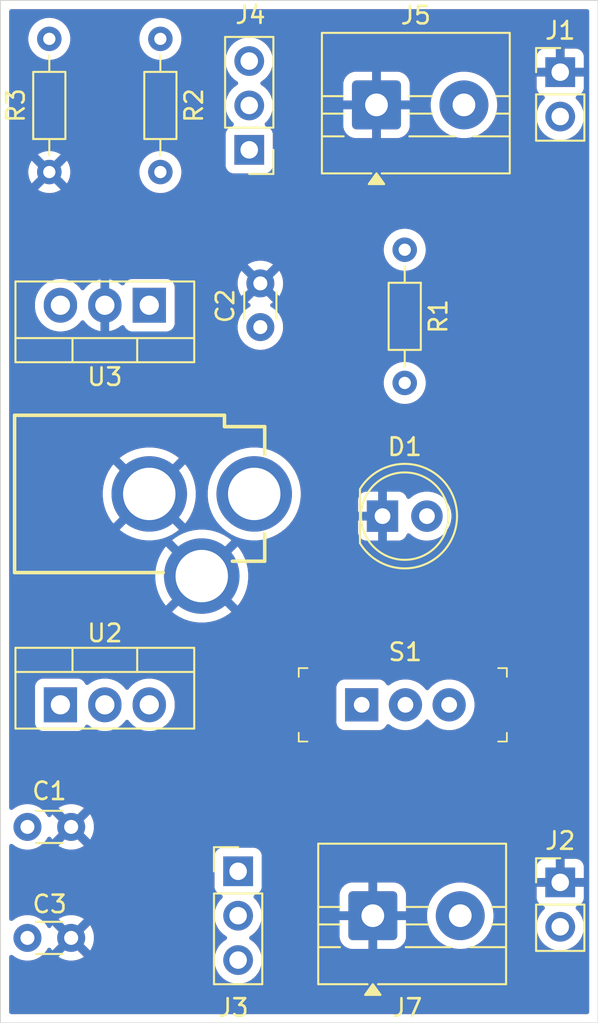
<source format=kicad_pcb>
(kicad_pcb (version 20241229) (generator "pcbnew") (generator_version "9.0")
  (title_block (title "Breadboard power supply") (date "2025-11-29") (rev "Version 1") (company "JPIndustries") (comment 1 "Author: Jose Padilla"))
  (layers (0 "F.Cu" signal) (2 "B.Cu" signal) (13 "F.Paste" user) (15 "B.Paste" user) (5 "F.SilkS" user "F.Silkscreen") (7 "B.SilkS" user "B.Silkscreen") (1 "F.Mask" user) (3 "B.Mask" user) (25 "Edge.Cuts" user))
  (net 0 "")
  (net 1 "/12V")
  (net 2 "GND")
  (net 3 "/5V")
  (net 4 "/3.3V")
  (net 5 "Net-(D1-Pad2)")
  (net 6 "/PWR_OUTPUT")
  (net 7 "/PWR_INPUT")
  (net 8 "Net-(U2-ADJ)")
  (footprint "Connector_PinHeader_2.54mm:PinHeader_1x03_P2.54mm_Vertical" (layer "F.Cu") (at 189.23 125.73)
    (property "Reference" "J3" (at -0.265 7.805 0) (layer "F.SilkS"))
    (property "Value" "Conn_01x03_Pin" (hide yes))
    (fp_line (start -1.38 -1.38) (end 0 -1.38) (stroke (width 0.12)) (layer "F.SilkS"))
    (fp_line (start -1.38 0) (end -1.38 -1.38) (stroke (width 0.12)) (layer "F.SilkS"))
    (fp_line (start -1.38 1.27) (end -1.38 6.46) (stroke (width 0.12)) (layer "F.SilkS"))
    (fp_line (start -1.38 1.27) (end 1.38 1.27) (stroke (width 0.12)) (layer "F.SilkS"))
    (fp_line (start -1.38 6.46) (end 1.38 6.46) (stroke (width 0.12)) (layer "F.SilkS"))
    (fp_line (start 1.38 1.27) (end 1.38 6.46) (stroke (width 0.12)) (layer "F.SilkS"))
    (pad "1" thru_hole rect (at 0 0) (size 1.7 1.7) (drill 1) (layers "*.Cu" "*.Mask") (net 4 "/3.3V"))
    (pad "2" thru_hole circle (at 0 2.54) (size 1.7 1.7) (drill 1) (layers "*.Cu" "*.Mask") (net 6 "/PWR_OUTPUT"))
    (pad "3" thru_hole circle (at 0 5.08) (size 1.7 1.7) (drill 1) (layers "*.Cu" "*.Mask") (net 3 "/5V"))
  )
  (footprint "Capacitor_THT:C_Disc_D3.0mm_W1.6mm_P2.50mm" (layer "F.Cu") (at 177.185 129.54)
    (property "Reference" "C3" (at 1.27 -1.93 180) (layer "F.SilkS"))
    (property "Value" "1u")
    (fp_line (start 0.485 -0.92) (end 2.015 -0.92) (stroke (width 0.12)) (layer "F.SilkS"))
    (fp_line (start 2.015 0.92) (end 0.485 0.92) (stroke (width 0.12)) (layer "F.SilkS"))
    (pad "1" thru_hole circle (at 0 0) (size 1.6 1.6) (drill 0.8) (layers "*.Cu" "*.Mask") (net 4 "/3.3V"))
    (pad "2" thru_hole circle (at 2.5 0) (size 1.6 1.6) (drill 0.8) (layers "*.Cu" "*.Mask") (net 2 "GND"))
  )
  (footprint "Resistor_THT:R_Axial_DIN0204_L3.6mm_D1.6mm_P7.62mm_Horizontal" (layer "F.Cu") (at 184.785 78.105 -90)
    (property "Reference" "R2" (at 3.81 -1.92 90) (layer "F.SilkS"))
    (property "Value" "330")
    (fp_line (start 0.94 0) (end 1.89 0) (stroke (width 0.12)) (layer "F.SilkS"))
    (fp_line (start 6.68 0) (end 5.73 0) (stroke (width 0.12)) (layer "F.SilkS"))
    (fp_rect (start 1.89 -0.92) (end 5.73 0.92) (stroke (width 0.12)) (fill no) (layer "F.SilkS"))
    (pad "1" thru_hole circle (at 0 0 270) (size 1.4 1.4) (drill 0.7) (layers "*.Cu" "*.Mask") (net 8 "Net-(U2-ADJ)"))
    (pad "2" thru_hole circle (at 7.62 0 270) (size 1.4 1.4) (drill 0.7) (layers "*.Cu" "*.Mask") (net 4 "/3.3V"))
  )
  (footprint "digikey-footprints:Switch_Slide_11.6x4mm_EG1218" (layer "F.Cu") (at 196.295 116.205)
    (property "Reference" "S1" (at 2.49 -3.02 0) (layer "F.SilkS"))
    (property "Value" "EG1218" (hide yes))
    (fp_line (start -3.6 -2.1) (end -3.6 -1.6) (stroke (width 0.1)) (layer "F.SilkS"))
    (fp_line (start -3.6 -2.1) (end -3.1 -2.1) (stroke (width 0.1)) (layer "F.SilkS"))
    (fp_line (start -3.6 2.1) (end -3.6 1.6) (stroke (width 0.1)) (layer "F.SilkS"))
    (fp_line (start -3.6 2.1) (end -3.1 2.1) (stroke (width 0.1)) (layer "F.SilkS"))
    (fp_line (start 8.3 -2.1) (end 7.8 -2.1) (stroke (width 0.1)) (layer "F.SilkS"))
    (fp_line (start 8.3 -2.1) (end 8.3 -1.6) (stroke (width 0.1)) (layer "F.SilkS"))
    (fp_line (start 8.3 2.1) (end 7.8 2.1) (stroke (width 0.1)) (layer "F.SilkS"))
    (fp_line (start 8.3 2.1) (end 8.3 1.6) (stroke (width 0.1)) (layer "F.SilkS"))
    (pad "1" thru_hole rect (at 0 0) (size 1.9 1.9) (drill 0.9) (layers "*.Cu" "*.Mask") (net 1 "/12V"))
    (pad "2" thru_hole circle (at 2.5 0) (size 1.9 1.9) (drill 0.9) (layers "*.Cu" "*.Mask") (net 7 "/PWR_INPUT"))
    (pad "3" thru_hole circle (at 5 0) (size 1.9 1.9) (drill 0.9) (layers "*.Cu" "*.Mask"))
  )
  (footprint "Connector_PinHeader_2.54mm:PinHeader_1x02_P2.54mm_Vertical" (layer "F.Cu") (at 207.645 80.01)
    (property "Reference" "J1" (at 0 -2.38 0) (layer "F.SilkS"))
    (property "Value" "Conn_01x02_Pin" (hide yes))
    (fp_line (start -1.38 -1.38) (end 0 -1.38) (stroke (width 0.12)) (layer "F.SilkS"))
    (fp_line (start -1.38 0) (end -1.38 -1.38) (stroke (width 0.12)) (layer "F.SilkS"))
    (fp_line (start -1.38 1.27) (end -1.38 3.92) (stroke (width 0.12)) (layer "F.SilkS"))
    (fp_line (start -1.38 1.27) (end 1.38 1.27) (stroke (width 0.12)) (layer "F.SilkS"))
    (fp_line (start -1.38 3.92) (end 1.38 3.92) (stroke (width 0.12)) (layer "F.SilkS"))
    (fp_line (start 1.38 1.27) (end 1.38 3.92) (stroke (width 0.12)) (layer "F.SilkS"))
    (pad "1" thru_hole rect (at 0 0) (size 1.7 1.7) (drill 1) (layers "*.Cu" "*.Mask") (net 2 "GND"))
    (pad "2" thru_hole circle (at 0 2.54) (size 1.7 1.7) (drill 1) (layers "*.Cu" "*.Mask") (net 6 "/PWR_OUTPUT"))
  )
  (footprint "LED_THT:LED_D5.0mm" (layer "F.Cu") (at 197.485 105.41)
    (property "Reference" "D1" (at 1.27 -3.96 0) (layer "F.SilkS"))
    (property "Value" "LED")
    (fp_line (start -1.29 -1.545) (end -1.29 1.545) (stroke (width 0.12)) (layer "F.SilkS"))
    (fp_arc (start -1.29 -1.54483) (mid 2.071779 -2.880495) (end 4.26 0) (stroke (width 0.12)) (layer "F.SilkS"))
    (fp_arc (start 4.26 0) (mid 2.071779 2.880495) (end -1.29 1.54483) (stroke (width 0.12)) (layer "F.SilkS"))
    (fp_circle (center 1.27 0) (end 3.77 0) (stroke (width 0.12)) (fill no) (layer "F.SilkS"))
    (pad "1" thru_hole rect (at 0 0) (size 1.8 1.8) (drill 0.9) (layers "*.Cu" "*.Mask") (net 2 "GND"))
    (pad "2" thru_hole circle (at 2.54 0) (size 1.8 1.8) (drill 0.9) (layers "*.Cu" "*.Mask") (net 5 "Net-(D1-Pad2)"))
  )
  (footprint "Package_TO_SOT_THT:TO-220-3_Vertical" (layer "F.Cu") (at 184.15 93.345 180)
    (property "Reference" "U3" (at 2.54 -4.1 0) (layer "F.SilkS"))
    (property "Value" "LM7805_TO220")
    (fp_line (start 7.65 1.36) (end -2.57 1.36) (stroke (width 0.12)) (layer "F.SilkS"))
    (fp_line (start 7.65 -3.26) (end 7.65 1.36) (stroke (width 0.12)) (layer "F.SilkS"))
    (fp_line (start 4.39 -3.26) (end 4.39 -1.88) (stroke (width 0.12)) (layer "F.SilkS"))
    (fp_line (start 0.69 -3.26) (end 0.69 -1.88) (stroke (width 0.12)) (layer "F.SilkS"))
    (fp_line (start -2.57 1.36) (end -2.57 -3.26) (stroke (width 0.12)) (layer "F.SilkS"))
    (fp_line (start -2.57 -1.88) (end 7.65 -1.88) (stroke (width 0.12)) (layer "F.SilkS"))
    (fp_line (start -2.57 -3.26) (end 7.65 -3.26) (stroke (width 0.12)) (layer "F.SilkS"))
    (pad "1" thru_hole rect (at 0 0 180) (size 1.905 2) (drill 1.1) (layers "*.Cu" "*.Mask") (net 1 "/12V"))
    (pad "2" thru_hole oval (at 2.54 0 180) (size 1.905 2) (drill 1.1) (layers "*.Cu" "*.Mask") (net 2 "GND"))
    (pad "3" thru_hole oval (at 5.08 0 180) (size 1.905 2) (drill 1.1) (layers "*.Cu" "*.Mask") (net 3 "/5V"))
  )
  (footprint "Capacitor_THT:C_Disc_D3.0mm_W1.6mm_P2.50mm" (layer "F.Cu") (at 177.185 123.19)
    (property "Reference" "C1" (at 1.25 -2.05 0) (layer "F.SilkS"))
    (property "Value" "10u")
    (fp_line (start 0.485 -0.92) (end 2.015 -0.92) (stroke (width 0.12)) (layer "F.SilkS"))
    (fp_line (start 2.015 0.92) (end 0.485 0.92) (stroke (width 0.12)) (layer "F.SilkS"))
    (pad "1" thru_hole circle (at 0 0) (size 1.6 1.6) (drill 0.8) (layers "*.Cu" "*.Mask") (net 1 "/12V"))
    (pad "2" thru_hole circle (at 2.5 0) (size 1.6 1.6) (drill 0.8) (layers "*.Cu" "*.Mask") (net 2 "GND"))
  )
  (footprint "Connector_PinHeader_2.54mm:PinHeader_1x02_P2.54mm_Vertical" (layer "F.Cu") (at 207.645 126.365)
    (property "Reference" "J2" (at 0 -2.38 0) (layer "F.SilkS"))
    (property "Value" "Conn_01x02_Pin" (hide yes))
    (fp_line (start -1.38 -1.38) (end 0 -1.38) (stroke (width 0.12)) (layer "F.SilkS"))
    (fp_line (start -1.38 0) (end -1.38 -1.38) (stroke (width 0.12)) (layer "F.SilkS"))
    (fp_line (start -1.38 1.27) (end -1.38 3.92) (stroke (width 0.12)) (layer "F.SilkS"))
    (fp_line (start -1.38 1.27) (end 1.38 1.27) (stroke (width 0.12)) (layer "F.SilkS"))
    (fp_line (start -1.38 3.92) (end 1.38 3.92) (stroke (width 0.12)) (layer "F.SilkS"))
    (fp_line (start 1.38 1.27) (end 1.38 3.92) (stroke (width 0.12)) (layer "F.SilkS"))
    (pad "1" thru_hole rect (at 0 0) (size 1.7 1.7) (drill 1) (layers "*.Cu" "*.Mask") (net 2 "GND"))
    (pad "2" thru_hole circle (at 0 2.54) (size 1.7 1.7) (drill 1) (layers "*.Cu" "*.Mask") (net 6 "/PWR_OUTPUT"))
  )
  (footprint "Connector_PinHeader_2.54mm:PinHeader_1x03_P2.54mm_Vertical" (layer "F.Cu") (at 189.865 84.455 180)
    (property "Reference" "J4" (at -0.07 7.72 0) (layer "F.SilkS"))
    (property "Value" "Conn_01x03_Pin" (hide yes))
    (fp_line (start 1.38 1.27) (end 1.38 6.46) (stroke (width 0.12)) (layer "F.SilkS"))
    (fp_line (start -1.38 6.46) (end 1.38 6.46) (stroke (width 0.12)) (layer "F.SilkS"))
    (fp_line (start -1.38 1.27) (end 1.38 1.27) (stroke (width 0.12)) (layer "F.SilkS"))
    (fp_line (start -1.38 1.27) (end -1.38 6.46) (stroke (width 0.12)) (layer "F.SilkS"))
    (fp_line (start -1.38 0) (end -1.38 -1.38) (stroke (width 0.12)) (layer "F.SilkS"))
    (fp_line (start -1.38 -1.38) (end 0 -1.38) (stroke (width 0.12)) (layer "F.SilkS"))
    (pad "1" thru_hole rect (at 0 0 180) (size 1.7 1.7) (drill 1) (layers "*.Cu" "*.Mask") (net 4 "/3.3V"))
    (pad "2" thru_hole circle (at 0 2.54 180) (size 1.7 1.7) (drill 1) (layers "*.Cu" "*.Mask") (net 6 "/PWR_OUTPUT"))
    (pad "3" thru_hole circle (at 0 5.08 180) (size 1.7 1.7) (drill 1) (layers "*.Cu" "*.Mask") (net 3 "/5V"))
  )
  (footprint "Resistor_THT:R_Axial_DIN0204_L3.6mm_D1.6mm_P7.62mm_Horizontal" (layer "F.Cu") (at 178.435 85.725 90)
    (property "Reference" "R3" (at 3.81 -1.92 90) (layer "F.SilkS"))
    (property "Value" "560")
    (fp_line (start 6.68 0) (end 5.73 0) (stroke (width 0.12)) (layer "F.SilkS"))
    (fp_line (start 0.94 0) (end 1.89 0) (stroke (width 0.12)) (layer "F.SilkS"))
    (fp_rect (start 1.89 -0.92) (end 5.73 0.92) (stroke (width 0.12)) (fill no) (layer "F.SilkS"))
    (pad "1" thru_hole circle (at 0 0 90) (size 1.4 1.4) (drill 0.7) (layers "*.Cu" "*.Mask") (net 2 "GND"))
    (pad "2" thru_hole circle (at 7.62 0 90) (size 1.4 1.4) (drill 0.7) (layers "*.Cu" "*.Mask") (net 8 "Net-(U2-ADJ)"))
  )
  (footprint "TerminalBlock:TerminalBlock_MaiXu_MX126-5.0-02P_1x02_P5.00mm" (layer "F.Cu") (at 196.93 128.27)
    (property "Reference" "J7" (at 1.97 5.265 0) (layer "F.SilkS"))
    (property "Value" "Screw_Terminal_01x02" (hide yes))
    (fp_line (start -3.12 -4.12) (end 7.62 -4.12) (stroke (width 0.12)) (layer "F.SilkS"))
    (fp_line (start -3.12 -0.5) (end -1.88 -0.5) (stroke (width 0.12)) (layer "F.SilkS"))
    (fp_line (start -3.12 0.5) (end -1.88 0.5) (stroke (width 0.12)) (layer "F.SilkS"))
    (fp_line (start -3.12 1.8) (end -1.88 1.8) (stroke (width 0.12)) (layer "F.SilkS"))
    (fp_line (start -3.12 3.92) (end -3.12 -4.12) (stroke (width 0.12)) (layer "F.SilkS"))
    (fp_line (start -0.3 3.92) (end -3.12 3.92) (stroke (width 0.12)) (layer "F.SilkS"))
    (fp_line (start 1.88 -0.5) (end 3.188 -0.5) (stroke (width 0.12)) (layer "F.SilkS"))
    (fp_line (start 1.88 0.5) (end 3.188 0.5) (stroke (width 0.12)) (layer "F.SilkS"))
    (fp_line (start 1.88 1.8) (end 4.457 1.8) (stroke (width 0.12)) (layer "F.SilkS"))
    (fp_line (start 5.543 1.8) (end 7.62 1.8) (stroke (width 0.12)) (layer "F.SilkS"))
    (fp_line (start 6.812 -0.5) (end 7.62 -0.5) (stroke (width 0.12)) (layer "F.SilkS"))
    (fp_line (start 6.812 0.5) (end 7.62 0.5) (stroke (width 0.12)) (layer "F.SilkS"))
    (fp_line (start 7.62 -4.12) (end 7.62 3.92) (stroke (width 0.12)) (layer "F.SilkS"))
    (fp_line (start 7.62 3.92) (end 0.3 3.92) (stroke (width 0.12)) (layer "F.SilkS"))
    (fp_poly (pts (xy 0 3.92) (xy 0.44 4.53) (xy -0.44 4.53)) (stroke (width 0.12)) (fill yes) (layer "F.SilkS"))
    (pad "1" thru_hole roundrect (at 0 0) (size 2.8 2.8) (drill 1.3) (layers "*.Cu" "*.Mask") (roundrect_rratio 0.089286) (net 2 "GND"))
    (pad "2" thru_hole circle (at 5 0) (size 2.8 2.8) (drill 1.3) (layers "*.Cu" "*.Mask") (net 6 "/PWR_OUTPUT"))
  )
  (footprint "Capacitor_THT:C_Disc_D3.0mm_W1.6mm_P2.50mm" (layer "F.Cu") (at 190.5 94.595 90)
    (property "Reference" "C2" (at 1.205 -2.005 90) (layer "F.SilkS"))
    (property "Value" "0.1u")
    (fp_line (start 0.485 -0.92) (end 2.015 -0.92) (stroke (width 0.12)) (layer "F.SilkS"))
    (fp_line (start 2.015 0.92) (end 0.485 0.92) (stroke (width 0.12)) (layer "F.SilkS"))
    (pad "1" thru_hole circle (at 0 0 90) (size 1.6 1.6) (drill 0.8) (layers "*.Cu" "*.Mask") (net 3 "/5V"))
    (pad "2" thru_hole circle (at 2.5 0 90) (size 1.6 1.6) (drill 0.8) (layers "*.Cu" "*.Mask") (net 2 "GND"))
  )
  (footprint "Package_TO_SOT_THT:TO-220-3_Vertical" (layer "F.Cu") (at 179.07 116.205)
    (property "Reference" "U2" (at 2.54 -4.1 0) (layer "F.SilkS"))
    (property "Value" "LM317_TO-220")
    (fp_line (start -2.57 -3.26) (end 7.65 -3.26) (stroke (width 0.12)) (layer "F.SilkS"))
    (fp_line (start -2.57 -1.88) (end 7.65 -1.88) (stroke (width 0.12)) (layer "F.SilkS"))
    (fp_line (start -2.57 1.36) (end -2.57 -3.26) (stroke (width 0.12)) (layer "F.SilkS"))
    (fp_line (start 0.69 -3.26) (end 0.69 -1.88) (stroke (width 0.12)) (layer "F.SilkS"))
    (fp_line (start 4.39 -3.26) (end 4.39 -1.88) (stroke (width 0.12)) (layer "F.SilkS"))
    (fp_line (start 7.65 -3.26) (end 7.65 1.36) (stroke (width 0.12)) (layer "F.SilkS"))
    (fp_line (start 7.65 1.36) (end -2.57 1.36) (stroke (width 0.12)) (layer "F.SilkS"))
    (pad "1" thru_hole rect (at 0 0) (size 1.905 2) (drill 1.1) (layers "*.Cu" "*.Mask") (net 8 "Net-(U2-ADJ)"))
    (pad "2" thru_hole oval (at 2.54 0) (size 1.905 2) (drill 1.1) (layers "*.Cu" "*.Mask") (net 4 "/3.3V"))
    (pad "3" thru_hole oval (at 5.08 0) (size 1.905 2) (drill 1.1) (layers "*.Cu" "*.Mask") (net 1 "/12V"))
  )
  (footprint "TerminalBlock:TerminalBlock_MaiXu_MX126-5.0-02P_1x02_P5.00mm" (layer "F.Cu") (at 197.14 81.8825)
    (property "Reference" "J5" (at 2.25 -5.12 0) (layer "F.SilkS"))
    (property "Value" "Screw_Terminal_01x02" (hide yes))
    (fp_line (start -3.12 -4.12) (end 7.62 -4.12) (stroke (width 0.12)) (layer "F.SilkS"))
    (fp_line (start -3.12 -0.5) (end -1.88 -0.5) (stroke (width 0.12)) (layer "F.SilkS"))
    (fp_line (start -3.12 0.5) (end -1.88 0.5) (stroke (width 0.12)) (layer "F.SilkS"))
    (fp_line (start -3.12 1.8) (end -1.88 1.8) (stroke (width 0.12)) (layer "F.SilkS"))
    (fp_line (start -3.12 3.92) (end -3.12 -4.12) (stroke (width 0.12)) (layer "F.SilkS"))
    (fp_line (start -0.3 3.92) (end -3.12 3.92) (stroke (width 0.12)) (layer "F.SilkS"))
    (fp_line (start 1.88 -0.5) (end 3.188 -0.5) (stroke (width 0.12)) (layer "F.SilkS"))
    (fp_line (start 1.88 0.5) (end 3.188 0.5) (stroke (width 0.12)) (layer "F.SilkS"))
    (fp_line (start 1.88 1.8) (end 4.457 1.8) (stroke (width 0.12)) (layer "F.SilkS"))
    (fp_line (start 5.543 1.8) (end 7.62 1.8) (stroke (width 0.12)) (layer "F.SilkS"))
    (fp_line (start 6.812 -0.5) (end 7.62 -0.5) (stroke (width 0.12)) (layer "F.SilkS"))
    (fp_line (start 6.812 0.5) (end 7.62 0.5) (stroke (width 0.12)) (layer "F.SilkS"))
    (fp_line (start 7.62 -4.12) (end 7.62 3.92) (stroke (width 0.12)) (layer "F.SilkS"))
    (fp_line (start 7.62 3.92) (end 0.3 3.92) (stroke (width 0.12)) (layer "F.SilkS"))
    (fp_poly (pts (xy 0 3.92) (xy 0.44 4.53) (xy -0.44 4.53)) (stroke (width 0.12)) (fill yes) (layer "F.SilkS"))
    (pad "1" thru_hole roundrect (at 0 0) (size 2.8 2.8) (drill 1.3) (layers "*.Cu" "*.Mask") (roundrect_rratio 0.089286) (net 2 "GND"))
    (pad "2" thru_hole circle (at 5 0) (size 2.8 2.8) (drill 1.3) (layers "*.Cu" "*.Mask") (net 6 "/PWR_OUTPUT"))
  )
  (footprint "Resistor_THT:R_Axial_DIN0204_L3.6mm_D1.6mm_P7.62mm_Horizontal" (layer "F.Cu") (at 198.755 90.17 -90)
    (property "Reference" "R1" (at 3.81 -1.92 90) (layer "F.SilkS"))
    (property "Value" "330")
    (fp_line (start 0.94 0) (end 1.89 0) (stroke (width 0.12)) (layer "F.SilkS"))
    (fp_line (start 6.68 0) (end 5.73 0) (stroke (width 0.12)) (layer "F.SilkS"))
    (fp_rect (start 1.89 -0.92) (end 5.73 0.92) (stroke (width 0.12)) (fill no) (layer "F.SilkS"))
    (pad "1" thru_hole circle (at 0 0 270) (size 1.4 1.4) (drill 0.7) (layers "*.Cu" "*.Mask") (net 5 "Net-(D1-Pad2)"))
    (pad "2" thru_hole circle (at 7.62 0 270) (size 1.4 1.4) (drill 0.7) (layers "*.Cu" "*.Mask") (net 1 "/12V"))
  )
  (footprint "PCM_SparkFun-Connector:Barrel_Jack_PTH" (layer "F.Cu") (at 176.45 104.14 -90)
    (property "Reference" "J6")
    (property "Value" "Barrel_Jack_PTH")
    (fp_line (start 4.5 0) (end -4.5 0) (stroke (width 0.2032)) (layer "F.SilkS"))
    (fp_line (start 4.5 0) (end 4.5 -8.5) (stroke (width 0.2032)) (layer "F.SilkS"))
    (fp_line (start -4.5 -12) (end -4.5 0) (stroke (width 0.2032)) (layer "F.SilkS"))
    (fp_line (start -4.5 -12) (end -3.85 -12) (stroke (width 0.2032)) (layer "F.SilkS"))
    (fp_line (start -3.85 -12) (end -3.85 -14.3) (stroke (width 0.2032)) (layer "F.SilkS"))
    (fp_line (start -3.85 -14.3) (end -2.25 -14.3) (stroke (width 0.2032)) (layer "F.SilkS"))
    (fp_line (start 3.85 -14.3) (end 3.85 -12.45) (stroke (width 0.2032)) (layer "F.SilkS"))
    (fp_line (start 3.85 -14.3) (end 2.25 -14.3) (stroke (width 0.2032)) (layer "F.SilkS"))
    (pad "1" thru_hole circle (at 0 -13.7 270) (size 4.318 4.318) (drill 2.9972) (layers "*.Cu" "*.Mask") (net 7 "/PWR_INPUT"))
    (pad "2" thru_hole circle (at 0 -7.7 270) (size 4.318 4.318) (drill 2.9972) (layers "*.Cu" "*.Mask") (net 2 "GND"))
    (pad "3" thru_hole circle (at 4.7 -10.7) (size 4.318 4.318) (drill 2.9972) (layers "*.Cu" "*.Mask") (net 2 "GND"))
  )
  (gr_rect (start 175.641 75.9065) (end 209.804 134.402) (stroke (width 0.05)) (fill no) (layer "Edge.Cuts"))
  (zone (net 2) (net_name "GND") (layer "F.Cu") (name "front copper") (priority 1) (connect_pads (clearance 0.5)) (min_thickness 0.25) (fill yes (thermal_gap 0.5) (thermal_bridge_width 0.5))
    (polygon (pts (xy 175.768 76.073) (xy 175.895 134.112) (xy 209.677 134.239) (xy 209.677 76.073)))
  )
  (zone (net 2) (net_name "GND") (layer "B.Cu") (name "back copper") (connect_pads (clearance 0.5)) (min_thickness 0.25) (fill yes (thermal_gap 0.5) (thermal_bridge_width 0.5))
    (polygon (pts (xy 209.677 76.073) (xy 175.768 76.073) (xy 175.768 134.239) (xy 209.677 134.239)))
  )
)
</source>
